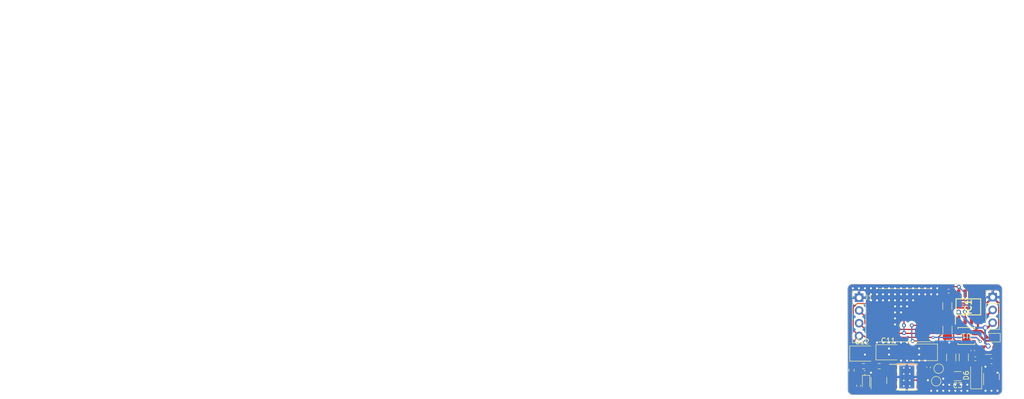
<source format=kicad_pcb>
(kicad_pcb (version 20221018) (generator pcbnew)
  (layers (0 "F.Cu" signal "L1 (Sig)") (31 "B.Cu" signal "L4 (Sig)") (34 "B.Paste" user "Bottom Paste") (35 "F.Paste" user "Top Paste") (36 "B.SilkS" user "Bottom Overlay") (37 "F.SilkS" user "Top Overlay") (38 "B.Mask" user "Bottom Solder") (39 "F.Mask" user "Top Solder") (44 "Edge.Cuts" user))
  (property "SHEETTOTAL" "1")
  (net 0 "")
  (net 1 "Net-(U2-BOOT)")
  (net 2 "GND")
  (net 3 "Net-(D5-K)")
  (net 4 "Net-(IC1-CS{slash}LWAKE)")
  (net 5 "Net-(D6-A)")
  (net 6 "Net-(D7-K)")
  (net 7 "+3V3")
  (net 8 "VCC")
  (net 9 "Net-(R5-Pad2)")
  (net 13 "Net-(Q1-D)")
  (net 14 "+12V")
  (net 15 "/AIRCON_SIG")
  (net 16 "/MCP2004_RXD")
  (net 17 "/MCP2004_TXD")
  (net 18 "Net-(IC1-~{RESET})")
  (net 19 "/Feedback")
  (net 20 "Net-(Q2-E)")
  (net 22 "Net-(U1-VCC)")
  (footprint "Package_TO_SOT_SMD:SOT-23" (layer "F.Cu") (at 175.0011 75.4511 90)
    (fp_text reference "Q2" hide)
    (fp_text value "MMBT3904" hide)
    (fp_line (start 0 -1.56) (end -1.675 -1.56) (stroke (width 0.12)) (layer "F.SilkS"))
    (fp_line (start 0 -1.56) (end 0.65 -1.56) (stroke (width 0.12)) (layer "F.SilkS"))
    (fp_line (start 0 1.56) (end -0.65 1.56) (stroke (width 0.12)) (layer "F.SilkS"))
    (fp_line (start 0 1.56) (end 0.65 1.56) (stroke (width 0.12)) (layer "F.SilkS"))
    (pad "1" smd roundrect (at -0.9375 -0.95 90) (size 1.475 0.6) (layers "F.Cu" "F.Paste" "F.Mask") (net 19 "/Feedback"))
    (pad "2" smd roundrect (at -0.9375 0.95 90) (size 1.475 0.6) (layers "F.Cu" "F.Paste" "F.Mask") (net 20 "Net-(Q2-E)"))
    (pad "3" smd roundrect (at 0.9375 0 90) (size 1.475 0.6) (layers "F.Cu" "F.Paste" "F.Mask") (net 6 "Net-(D7-K)"))
  )
  (footprint "Resistor_SMD:R_0402_1005Metric" (layer "F.Cu") (at 194.1911 71.1336 180)
    (fp_text reference "R2" hide)
    (fp_text value "100k" hide)
    (fp_line (start -0.153641 -0.38) (end 0.153641 -0.38) (stroke (width 0.12)) (layer "F.SilkS"))
    (fp_line (start -0.153641 0.38) (end 0.153641 0.38) (stroke (width 0.12)) (layer "F.SilkS"))
    (pad "1" smd roundrect (at -0.51 0 180) (size 0.54 0.64) (layers "F.Cu" "F.Paste" "F.Mask") (net 5 "Net-(D6-A)"))
    (pad "2" smd roundrect (at 0.51 0 180) (size 0.54 0.64) (layers "F.Cu" "F.Paste" "F.Mask") (net 2 "GND"))
  )
  (footprint "Resistor_SMD:R_0402_1005Metric" (layer "F.Cu") (at 188.8711 57.6736 180)
    (fp_text reference "R1" hide)
    (fp_text value "10k" hide)
    (fp_line (start -0.153641 -0.38) (end 0.153641 -0.38) (stroke (width 0.12)) (layer "F.SilkS"))
    (fp_line (start -0.153641 0.38) (end 0.153641 0.38) (stroke (width 0.12)) (layer "F.SilkS"))
    (pad "1" smd roundrect (at -0.51 0 180) (size 0.54 0.64) (layers "F.Cu" "F.Paste" "F.Mask") (net 18 "Net-(IC1-~{RESET})"))
    (pad "2" smd roundrect (at 0.51 0 180) (size 0.54 0.64) (layers "F.Cu" "F.Paste" "F.Mask") (net 4 "Net-(IC1-CS{slash}LWAKE)"))
  )
  (footprint "Package_TO_SOT_SMD:SOT-23" (layer "F.Cu") (at 197.4011 74.6661 90)
    (fp_text reference "Q1" hide)
    (fp_text value "AO3401A" hide)
    (fp_line (start 0 -1.56) (end -1.675 -1.56) (stroke (width 0.12)) (layer "F.SilkS"))
    (fp_line (start 0 -1.56) (end 0.65 -1.56) (stroke (width 0.12)) (layer "F.SilkS"))
    (fp_line (start 0 1.56) (end -0.65 1.56) (stroke (width 0.12)) (layer "F.SilkS"))
    (fp_line (start 0 1.56) (end 0.65 1.56) (stroke (width 0.12)) (layer "F.SilkS"))
    (pad "1" smd roundrect (at -0.9375 -0.95 90) (size 1.475 0.6) (layers "F.Cu" "F.Paste" "F.Mask") (net 5 "Net-(D6-A)"))
    (pad "2" smd roundrect (at -0.9375 0.95 90) (size 1.475 0.6) (layers "F.Cu" "F.Paste" "F.Mask") (net 8 "VCC"))
    (pad "3" smd roundrect (at 0.9375 0 90) (size 1.475 0.6) (layers "F.Cu" "F.Paste" "F.Mask") (net 13 "Net-(Q1-D)"))
  )
  (footprint "Connector_PinHeader_2.54mm:PinHeader_1x04_P2.54mm_Vertical" (layer "F.Cu") (at 171.0511 58.9736)
    (fp_text reference "J1" (at 1.88 -0.03) (layer "F.SilkS"))
    (fp_text value "Conn_01x04_Pin")
    (fp_line (start -1.33 -1.33) (end 0 -1.33) (stroke (width 0.12)) (layer "F.SilkS"))
    (fp_line (start -1.33 0) (end -1.33 -1.33) (stroke (width 0.12)) (layer "F.SilkS"))
    (fp_line (start -1.33 1.27) (end -1.33 8.95) (stroke (width 0.12)) (layer "F.SilkS"))
    (fp_line (start -1.33 1.27) (end 1.33 1.27) (stroke (width 0.12)) (layer "F.SilkS"))
    (fp_line (start -1.33 8.95) (end 1.33 8.95) (stroke (width 0.12)) (layer "F.SilkS"))
    (fp_line (start 1.33 1.27) (end 1.33 8.95) (stroke (width 0.12)) (layer "F.SilkS"))
    (pad "1" thru_hole rect (at 0 0) (size 1.7 1.7) (drill 1) (layers "*.Cu" "*.Mask") (net 2 "GND"))
    (pad "2" thru_hole oval (at 0 2.54) (size 1.7 1.7) (drill 1) (layers "*.Cu" "*.Mask") (net 16 "/MCP2004_RXD"))
    (pad "3" thru_hole oval (at 0 5.08) (size 1.7 1.7) (drill 1) (layers "*.Cu" "*.Mask") (net 17 "/MCP2004_TXD"))
    (pad "4" thru_hole oval (at 0 7.62) (size 1.7 1.7) (drill 1) (layers "*.Cu" "*.Mask") (net 7 "+3V3"))
  )
  (footprint "Capacitor_SMD:C_1206_3216Metric" (layer "F.Cu") (at 190.6761 74.6036 180)
    (fp_text reference "C3" (at 0 -1.85) (layer "F.SilkS"))
    (fp_text value "10u/50V")
    (fp_line (start -0.711252 -0.91) (end 0.711252 -0.91) (stroke (width 0.12)) (layer "F.SilkS"))
    (fp_line (start -0.711252 0.91) (end 0.711252 0.91) (stroke (width 0.12)) (layer "F.SilkS"))
    (pad "1" smd roundrect (at -1.475 0 180) (size 1.15 1.8) (layers "F.Cu" "F.Paste" "F.Mask") (roundrect_rratio 0.2173913043) (net 8 "VCC"))
    (pad "2" smd roundrect (at 1.475 0 180) (size 1.15 1.8) (layers "F.Cu" "F.Paste" "F.Mask") (roundrect_rratio 0.2173913043) (net 2 "GND"))
  )
  (footprint "Capacitor_SMD:C_0603_1608Metric" (layer "F.Cu") (at 197.4011 71.6036 180)
    (fp_text reference "C7" hide)
    (fp_text value "100n/50V")
    (fp_line (start -0.14058 -0.51) (end 0.14058 -0.51) (stroke (width 0.12)) (layer "F.SilkS"))
    (fp_line (start -0.14058 0.51) (end 0.14058 0.51) (stroke (width 0.12)) (layer "F.SilkS"))
    (pad "1" smd roundrect (at -0.775 0 180) (size 0.9 0.95) (layers "F.Cu" "F.Paste" "F.Mask") (net 13 "Net-(Q1-D)"))
    (pad "2" smd roundrect (at 0.775 0 180) (size 0.9 0.95) (layers "F.Cu" "F.Paste" "F.Mask") (net 2 "GND"))
  )
  (footprint "Diode_SMD:D_MiniMELF" (layer "F.Cu") (at 194.3611 74.4536 90)
    (fp_text reference "D6" (at 0 -2 90) (layer "F.SilkS"))
    (fp_text value "MM1Z12")
    (fp_line (start -2.66 -1.11) (end -2.66 1.11) (stroke (width 0.12)) (layer "F.SilkS"))
    (fp_line (start -2.66 1.11) (end 1.75 1.11) (stroke (width 0.12)) (layer "F.SilkS"))
    (fp_line (start 1.75 -1.11) (end -2.66 -1.11) (stroke (width 0.12)) (layer "F.SilkS"))
    (pad "1" smd roundrect (at -1.75 0 90) (size 1.3 1.7) (layers "F.Cu" "F.Paste" "F.Mask") (roundrect_rratio 0.1923076923) (net 8 "VCC"))
    (pad "2" smd roundrect (at 1.75 0 90) (size 1.3 1.7) (layers "F.Cu" "F.Paste" "F.Mask") (roundrect_rratio 0.1923076923) (net 5 "Net-(D6-A)"))
  )
  (footprint "Capacitor_Tantalum_SMD:CP_EIA-3528-21_Kemet-B" (layer "F.Cu") (at 176.8636 69.8536)
    (fp_text reference "C11" (at 0 -2.35) (layer "F.SilkS"))
    (fp_text value "100u/6.3V")
    (fp_line (start -2.46 -1.51) (end -2.46 1.51) (stroke (width 0.12)) (layer "F.SilkS"))
    (fp_line (start -2.46 1.51) (end 1.75 1.51) (stroke (width 0.12)) (layer "F.SilkS"))
    (fp_line (start 1.75 -1.51) (end -2.46 -1.51) (stroke (width 0.12)) (layer "F.SilkS"))
    (pad "1" smd roundrect (at -1.5375 0) (size 1.325 2.35) (layers "F.Cu" "F.Paste" "F.Mask") (roundrect_rratio 0.1886792453) (net 7 "+3V3"))
    (pad "2" smd roundrect (at 1.5375 0) (size 1.325 2.35) (layers "F.Cu" "F.Paste" "F.Mask") (roundrect_rratio 0.1886792453) (net 2 "GND"))
  )
  (footprint "Capacitor_SMD:C_1206_3216Metric" (layer "F.Cu") (at 188.6511 65.3286 90)
    (fp_text reference "C5" hide)
    (fp_text value "10u/50V" hide)
    (fp_line (start -0.711252 -0.91) (end 0.711252 -0.91) (stroke (width 0.12)) (layer "F.SilkS"))
    (fp_line (start -0.711252 0.91) (end 0.711252 0.91) (stroke (width 0.12)) (layer "F.SilkS"))
    (pad "1" smd roundrect (at -1.475 0 90) (size 1.15 1.8) (layers "F.Cu" "F.Paste" "F.Mask") (roundrect_rratio 0.2173913043) (net 8 "VCC"))
    (pad "2" smd roundrect (at 1.475 0 90) (size 1.15 1.8) (layers "F.Cu" "F.Paste" "F.Mask") (roundrect_rratio 0.2173913043) (net 2 "GND"))
  )
  (footprint "Package_SO:TI_SO-PowerPAD-8_ThermalVias" (layer "F.Cu") (at 180.5511 74.7586)
    (fp_text reference "U2" hide)
    (fp_text value "TPS5430DDA")
    (fp_line (start -2.075 -2.575) (end -2.075 -2.525) (stroke (width 0.15)) (layer "F.SilkS"))
    (fp_line (start -2.075 -2.575) (end 2.075 -2.575) (stroke (width 0.15)) (layer "F.SilkS"))
    (fp_line (start -2.075 -2.525) (end -3.475 -2.525) (stroke (width 0.15)) (layer "F.SilkS"))
    (fp_line (start -2.075 2.575) (end -2.075 2.43) (stroke (width 0.15)) (layer "F.SilkS"))
    (fp_line (start -2.075 2.575) (end 2.075 2.575) (stroke (width 0.15)) (layer "F.SilkS"))
    (fp_line (start 2.075 -2.575) (end 2.075 -2.43) (stroke (width 0.15)) (layer "F.SilkS"))
    (fp_line (start 2.075 2.575) (end 2.075 2.43) (stroke (width 0.15)) (layer "F.SilkS"))
    (pad "1" smd rect (at -2.7 -1.905) (size 1.55 0.6) (layers "F.Cu" "F.Paste" "F.Mask") (net 1 "Net-(U2-BOOT)"))
    (pad "2" smd rect (at -2.7 -0.635) (size 1.55 0.6) (layers "F.Cu" "F.Paste" "F.Mask"))
    (pad "3" smd rect (at -2.7 0.635) (size 1.55 0.6) (layers "F.Cu" "F.Paste" "F.Mask"))
    (pad "4" smd rect (at -2.7 1.905) (size 1.55 0.6) (layers "F.Cu" "F.Paste" "F.Mask") (net 19 "/Feedback"))
    (pad "5" smd rect (at 2.7 1.905) (size 1.55 0.6) (layers "F.Cu" "F.Paste" "F.Mask"))
    (pad "6" smd rect (at 2.7 0.635) (size 1.55 0.6) (layers "F.Cu" "F.Paste" "F.Mask") (net 2 "GND"))
    (pad "7" smd rect (at 2.7 -0.635) (size 1.55 0.6) (layers "F.Cu" "F.Paste" "F.Mask") (net 8 "VCC"))
    (pad "8" smd rect (at 2.7 -1.905) (size 1.55 0.6) (layers "F.Cu" "F.Paste" "F.Mask") (net 3 "Net-(D5-K)"))
    (pad "9" thru_hole circle (at -0.6 -1.8) (size 0.6 0.6) (drill 0.3) (layers "*.Cu") (net 2 "GND"))
    (pad "9" thru_hole circle (at -0.6 -0.6) (size 0.6 0.6) (drill 0.3) (layers "*.Cu") (net 2 "GND"))
    (pad "9" thru_hole circle (at -0.6 0.7) (size 0.6 0.6) (drill 0.3) (layers "*.Cu") (net 2 "GND"))
    (pad "9" thru_hole circle (at -0.6 1.8) (size 0.6 0.6) (drill 0.3) (layers "*.Cu") (net 2 "GND"))
    (pad "9" smd rect (at 0 0) (size 2.6 3.1) (layers "F.Cu" "F.Paste" "F.Mask") (net 2 "GND"))
    (pad "9" smd rect (at 0 0) (size 2.95 4.5) (layers "F.Cu") (net 2 "GND"))
    (pad "9" smd rect (at 0 0) (size 2.95 4.5) (layers "B.Cu") (net 2 "GND"))
    (pad "9" thru_hole circle (at 0.6 -1.8) (size 0.6 0.6) (drill 0.3) (layers "*.Cu") (net 2 "GND"))
    (pad "9" thru_hole circle (at 0.6 -0.6) (size 0.6 0.6) (drill 0.3) (layers "*.Cu") (net 2 "GND"))
    (pad "9" thru_hole circle (at 0.6 0.7) (size 0.6 0.6) (drill 0.3) (layers "*.Cu") (net 2 "GND"))
    (pad "9" thru_hole circle (at 0.6 1.8) (size 0.6 0.6) (drill 0.3) (layers "*.Cu") (net 2 "GND"))
  )
  (footprint "Fuse:Fuse_1206_3216Metric" (layer "F.Cu") (at 196.8011 69.3536)
    (fp_text reference "F1" hide)
    (fp_text value "1206L075/13.2WR" hide)
    (fp_line (start -0.602064 -0.91) (end 0.602064 -0.91) (stroke (width 0.12)) (layer "F.SilkS"))
    (fp_line (start -0.602064 0.91) (end 0.602064 0.91) (stroke (width 0.12)) (layer "F.SilkS"))
    (pad "1" smd roundrect (at -1.4 0) (size 1.25 1.75) (layers "F.Cu" "F.Paste" "F.Mask") (roundrect_rratio 0.2) (net 14 "+12V"))
    (pad "2" smd roundrect (at 1.4 0) (size 1.25 1.75) (layers "F.Cu" "F.Paste" "F.Mask") (roundrect_rratio 0.2) (net 13 "Net-(Q1-D)"))
  )
  (footprint "Resistor_SMD:R_0603_1608Metric" (layer "F.Cu") (at 169.5511 73.4136 90)
    (fp_text reference "R5" hide)
    (fp_text value "5k6")
    (fp_line (start -0.237258 -0.5225) (end 0.237258 -0.5225) (stroke (width 0.12)) (layer "F.SilkS"))
    (fp_line (start -0.237258 0.5225) (end 0.237258 0.5225) (stroke (width 0.12)) (layer "F.SilkS"))
    (pad "1" smd roundrect (at -0.825 0 90) (size 0.8 0.95) (layers "F.Cu" "F.Paste" "F.Mask") (net 19 "/Feedback"))
    (pad "2" smd roundrect (at 0.825 0 90) (size 0.8 0.95) (layers "F.Cu" "F.Paste" "F.Mask") (net 9 "Net-(R5-Pad2)"))
  )
  (footprint "Capacitor_SMD:C_0402_1005Metric" (layer "F.Cu") (at 193.6911 69.4936 -90)
    (fp_text reference "C9" hide)
    (fp_text value "4n7/50V")
    (fp_line (start -0.107836 -0.36) (end 0.107836 -0.36) (stroke (width 0.12)) (layer "F.SilkS"))
    (fp_line (start -0.107836 0.36) (end 0.107836 0.36) (stroke (width 0.12)) (layer "F.SilkS"))
    (pad "1" smd roundrect (at -0.48 0 270) (size 0.56 0.62) (layers "F.Cu" "F.Paste" "F.Mask") (net 5 "Net-(D6-A)"))
    (pad "2" smd roundrect (at 0.48 0 270) (size 0.56 0.62) (layers "F.Cu" "F.Paste" "F.Mask") (net 2 "GND"))
  )
  (footprint "Capacitor_SMD:C_1206_3216Metric" (layer "F.Cu") (at 191.9011 70.8536 90)
    (fp_text reference "C4" hide)
    (fp_text value "10u/50V")
    (fp_line (start -0.711252 -0.91) (end 0.711252 -0.91) (stroke (width 0.12)) (layer "F.SilkS"))
    (fp_line (start -0.711252 0.91) (end 0.711252 0.91) (stroke (width 0.12)) (layer "F.SilkS"))
    (pad "1" smd roundrect (at -1.475 0 90) (size 1.15 1.8) (layers "F.Cu" "F.Paste" "F.Mask") (roundrect_rratio 0.2173913043) (net 8 "VCC"))
    (pad "2" smd roundrect (at 1.475 0 90) (size 1.15 1.8) (layers "F.Cu" "F.Paste" "F.Mask") (roundrect_rratio 0.2173913043) (net 2 "GND"))
  )
  (footprint "Diode_SMD:D_SOD-323" (layer "F.Cu") (at 197.5511 66.9336 180)
    (fp_text reference "D1" hide)
    (fp_text value "PESD1IVN24")
    (fp_line (start -1.61 -0.85) (end -1.61 0.85) (stroke (width 0.12)) (layer "F.SilkS"))
    (fp_line (start -1.61 -0.85) (end 1.05 -0.85) (stroke (width 0.12)) (layer "F.SilkS"))
    (fp_line (start -1.61 0.85) (end 1.05 0.85) (stroke (width 0.12)) (layer "F.SilkS"))
    (pad "1" smd roundrect (at -1.05 0 180) (size 0.6 0.45) (layers "F.Cu" "F.Paste" "F.Mask") (net 2 "GND"))
    (pad "2" smd roundrect (at 1.05 0 180) (size 0.6 0.45) (layers "F.Cu" "F.Paste" "F.Mask") (net 15 "/AIRCON_SIG"))
  )
  (footprint "TestPoint:TestPoint_Pad_D1.5mm" (layer "F.Cu") (at 186.9011 73.1036 -90)
    (fp_text reference "TP1" hide)
    (fp_text value "TestPoint")
    (fp_circle (center 0 0) (end 0 0.95) (stroke (width 0.12)) (fill none) (layer "F.SilkS"))
    (pad "1" smd circle (at 0 0 270) (size 1.5 1.5) (layers "F.Cu" "F.Mask") (net 22 "Net-(U1-VCC)"))
  )
  (footprint "Capacitor_Tantalum_SMD:CP_EIA-3528-21_Kemet-B" (layer "F.Cu") (at 171.6511 70.1036)
    (fp_text reference "C12" (at 0 -2.35) (layer "F.SilkS"))
    (fp_text value "100u/6.3V")
    (fp_line (start -2.46 -1.51) (end -2.46 1.51) (stroke (width 0.12)) (layer "F.SilkS"))
    (fp_line (start -2.46 1.51) (end 1.75 1.51) (stroke (width 0.12)) (layer "F.SilkS"))
    (fp_line (start 1.75 -1.51) (end -2.46 -1.51) (stroke (width 0.12)) (layer "F.SilkS"))
    (pad "1" smd roundrect (at -1.5375 0) (size 1.325 2.35) (layers "F.Cu" "F.Paste" "F.Mask") (roundrect_rratio 0.1886792453) (net 7 "+3V3"))
    (pad "2" smd roundrect (at 1.5375 0) (size 1.325 2.35) (layers "F.Cu" "F.Paste" "F.Mask") (roundrect_rratio 0.1886792453) (net 2 "GND"))
  )
  (footprint "TestPoint:TestPoint_Pad_D1.5mm" (layer "F.Cu") (at 186.4011 75.6036)
    (fp_text reference "TP2" hide)
    (fp_text value "TestPoint")
    (fp_circle (center 0 0) (end 0 0.95) (stroke (width 0.12)) (fill none) (layer "F.SilkS"))
    (pad "1" smd circle (at 0 0) (size 1.5 1.5) (layers "F.Cu" "F.Mask") (net 8 "VCC"))
  )
  (footprint "Resistor_SMD:R_0402_1005Metric" (layer "F.Cu") (at 170.9511 76.5136 -90)
    (fp_text reference "R4" hide)
    (fp_text value "10k")
    (fp_line (start -0.153641 -0.38) (end 0.153641 -0.38) (stroke (width 0.12)) (layer "F.SilkS"))
    (fp_line (start -0.153641 0.38) (end 0.153641 0.38) (stroke (width 0.12)) (layer "F.SilkS"))
    (pad "1" smd roundrect (at -0.51 0 270) (size 0.54 0.64) (layers "F.Cu" "F.Paste" "F.Mask") (net 7 "+3V3"))
    (pad "2" smd roundrect (at 0.51 0 270) (size 0.54 0.64) (layers "F.Cu" "F.Paste" "F.Mask") (net 19 "/Feedback"))
  )
  (footprint "mcp2004:HVSON8_3X3_NXP" (layer "F.Cu") (at 192.4011 66.5942 180)
    (fp_text reference "U1" (at 0 0 180 unlocked) (layer "F.SilkS"))
    (fp_text value "TJA1028TK/5V0/20/J")
    (fp_line (start -1.6764 -1.6764) (end -1.6764 -1.47574) (stroke (width 0.1524)) (layer "F.SilkS"))
    (fp_line (start -1.6764 1.47574) (end -1.6764 1.6764) (stroke (width 0.1524)) (layer "F.SilkS"))
    (fp_line (start -1.6764 1.6764) (end 1.6764 1.6764) (stroke (width 0.1524)) (layer "F.SilkS"))
    (fp_line (start 1.6764 -1.6764) (end -1.6764 -1.6764) (stroke (width 0.1524)) (layer "F.SilkS"))
    (fp_line (start 1.6764 -1.47574) (end 1.6764 -1.6764) (stroke (width 0.1524)) (layer "F.SilkS"))
    (fp_line (start 1.6764 1.6764) (end 1.6764 1.47574) (stroke (width 0.1524)) (layer "F.SilkS"))
    (fp_circle (center -2.286 -0.9906) (end -2.2098 -0.9906) (stroke (width 0.1524)) (fill none) (layer "F.SilkS"))
    (pad "1" smd rect (at -1.4732 -0.9906 180) (size 0.762 0.3048) (layers "F.Cu" "F.Paste" "F.Mask") (net 14 "+12V"))
    (pad "2" smd rect (at -1.4732 -0.3302 180) (size 0.762 0.3048) (layers "F.Cu" "F.Paste" "F.Mask") (net 7 "+3V3"))
    (pad "3" smd rect (at -1.4732 0.3302 180) (size 0.762 0.3048) (layers "F.Cu" "F.Paste" "F.Mask") (net 2 "GND"))
    (pad "4" smd rect (at -1.4732 0.9906 180) (size 0.762 0.3048) (layers "F.Cu" "F.Paste" "F.Mask") (net 15 "/AIRCON_SIG"))
    (pad "5" smd rect (at 1.4732 0.9906 180) (size 0.762 0.3048) (layers "F.Cu" "F.Paste" "F.Mask") (net 16 "/MCP2004_RXD"))
    (pad "6" smd rect (at 1.4732 0.3302 180) (size 0.762 0.3048) (layers "F.Cu" "F.Paste" "F.Mask") (net 17 "/MCP2004_TXD"))
    (pad "7" smd rect (at 1.4732 -0.3302 180) (size 0.762 0.3048) (layers "F.Cu" "F.Paste" "F.Mask"))
    (pad "8" smd rect (at 1.4732 -0.9906 180) (size 0.762 0.3048) (layers "F.Cu" "F.Paste" "F.Mask") (net 22 "Net-(U1-VCC)"))
    (pad "9" smd rect (at 0 0 180) (size 1.651 2.4384) (layers "F.Cu" "F.Paste" "F.Mask") (net 2 "GND"))
  )
  (footprint "Connector_PinHeader_2.54mm:PinHeader_1x03_P2.54mm_Vertical" (layer "F.Cu") (at 197.6511 58.8736)
    (fp_text reference "J2" hide)
    (fp_text value "Conn_01x03_Pin")
    (fp_line (start -1.33 -1.33) (end 0 -1.33) (stroke (width 0.12)) (layer "F.SilkS"))
    (fp_line (start -1.33 0) (end -1.33 -1.33) (stroke (width 0.12)) (layer "F.SilkS"))
    (fp_line (start -1.33 1.27) (end -1.33 6.41) (stroke (width 0.12)) (layer "F.SilkS"))
    (fp_line (start -1.33 1.27) (end 1.33 1.27) (stroke (width 0.12)) (layer "F.SilkS"))
    (fp_line (start -1.33 6.41) (end 1.33 6.41) (stroke (width 0.12)) (layer "F.SilkS"))
    (fp_line (start 1.33 1.27) (end 1.33 6.41) (stroke (width 0.12)) (layer "F.SilkS"))
    (pad "1" thru_hole rect (at 0 0) (size 1.7 1.7) (drill 1) (layers "*.Cu" "*.Mask") (net 2 "GND"))
    (pad "2" thru_hole oval (at 0 2.54) (size 1.7 1.7) (drill 1) (layers "*.Cu" "*.Mask") (net 15 "/AIRCON_SIG"))
    (pad "3" thru_hole oval (at 0 5.08) (size 1.7 1.7) (drill 1) (layers "*.Cu" "*.Mask") (net 14 "+12V"))
  )
  (footprint "Diode_SMD:D_SMA" (layer "F.Cu") (at 183.1511 69.8536 180)
    (fp_text reference "D5" hide)
    (fp_text value "SS34")
    (fp_line (start -3.51 -1.65) (end -3.51 1.65) (stroke (width 0.12)) (layer "F.SilkS"))
    (fp_line (start -3.51 -1.65) (end 2 -1.65) (stroke (width 0.12)) (layer "F.SilkS"))
    (fp_line (start -3.51 1.65) (end 2 1.65) (stroke (width 0.12)) (layer "F.SilkS"))
    (pad "1" smd roundrect (at -2 0 180) (size 2.5 1.8) (layers "F.Cu" "F.Paste" "F.Mask") (roundrect_rratio 0.1388888889) (net 3 "Net-(D5-K)"))
    (pad "2" smd roundrect (at 2 0 180) (size 2.5 1.8) (layers "F.Cu" "F.Paste" "F.Mask") (roundrect_rratio 0.1388888889) (net 2 "GND"))
  )
  (footprint "tps5430:L_Sunlord_MWSA1004S_10x11.5x4mm" (layer "F.Cu") (at 180.1011 62.4536 180)
    (fp_text reference "L1" hide)
    (fp_text value "47u" hide)
    (fp_line (start -5.15 -5.3) (end 5.15 -5.3) (stroke (width 0.12)) (layer "F.SilkS"))
    (fp_line (start -5.15 5.3) (end 5.15 5.3) (stroke (width 0.12)) (layer "F.SilkS"))
    (pad "1" smd rect (at -4.75 0 180) (size 4.1 4.1) (layers "F.Cu" "F.Paste" "F.Mask" "Eco2.User") (net 3 "Net-(D5-K)"))
    (pad "2" smd rect (at 4.75 0 180) (size 4.1 4.1) (layers "F.Cu" "F.Paste" "F.Mask") (net 7 "+3V3"))
  )
  (footprint "Resistor_SMD:R_0603_1608Metric" (layer "F.Cu") (at 171.9261 72.6136)
    (fp_text reference "R6" hide)
    (fp_text value "270" hide)
    (fp_line (start -0.237258 -0.5225) (end 0.237258 -0.5225) (stroke (width 0.12)) (layer "F.SilkS"))
    (fp_line (start -0.237258 0.5225) (end 0.237258 0.5225) (stroke (width 0.12)) (layer "F.SilkS"))
    (pad "1" smd roundrect (at -0.825 0) (size 0.8 0.95) (layers "F.Cu" "F.Paste" "F.Mask") (net 9 "Net-(R5-Pad2)"))
    (pad "2" smd roundrect (at 0.825 0) (size 0.8 0.95) (layers "F.Cu" "F.Paste" "F.Mask") (net 2 "GND"))
  )
  (footprint "Capacitor_SMD:C_0402_1005Metric" (layer "F.Cu") (at 184.9011 72.8336 -90)
    (fp_text reference "C8" hide)
    (fp_text value "10n")
    (fp_line (start -0.107836 -0.36) (end 0.107836 -0.36) (stroke (width 0.12)) (layer "F.SilkS"))
    (fp_line (start -0.107836 0.36) (end 0.107836 0.36) (stroke (width 0.12)) (layer "F.SilkS"))
    (pad "1" smd roundrect (at -0.48 0 270) (size 0.56 0.62) (layers "F.Cu" "F.Paste" "F.Mask") (net 1 "Net-(U2-BOOT)"))
    (pad "2" smd roundrect (at 0.48 0 270) (size 0.56 0.62) (layers "F.Cu" "F.Paste" "F.Mask") (net 3 "Net-(D5-K)"))
  )
  (footprint "Capacitor_SMD:C_1206_3216Metric" (layer "F.Cu") (at 189.4011 70.8786 90)
    (fp_text reference "C6" hide)
    (fp_text value "10u/50V")
    (fp_line (start -0.711252 -0.91) (end 0.711252 -0.91) (stroke (width 0.12)) (layer "F.SilkS"))
    (fp_line (start -0.711252 0.91) (end 0.711252 0.91) (stroke (width 0.12)) (layer "F.SilkS"))
    (pad "1" smd roundrect (at -1.475 0 90) (size 1.15 1.8) (layers "F.Cu" "F.Paste" "F.Mask") (roundrect_rratio 0.2173913043) (net 8 "VCC"))
    (pad "2" smd roundrect (at 1.475 0 90) (size 1.15 1.8) (layers "F.Cu" "F.Paste" "F.Mask") (roundrect_rratio 0.2173913043) (net 2 "GND"))
  )
  (footprint "LED_SMD:LED_0603_1608Metric" (layer "F.Cu") (at 172.4386 75.9261 -90)
    (fp_text reference "D7" hide)
    (fp_text value "LED")
    (fp_line (start -1.485 -0.735) (end -1.485 0.735) (stroke (width 0.12)) (layer "F.SilkS"))
    (fp_line (start -1.485 0.735) (end 0.8 0.735) (stroke (width 0.12)) (layer "F.SilkS"))
    (fp_line (start 0.8 -0.735) (end -1.485 -0.735) (stroke (width 0.12)) (layer "F.SilkS"))
    (pad "1" smd roundrect (at -0.7875 0 270) (size 0.875 0.95) (layers "F.Cu" "F.Paste" "F.Mask") (net 6 "Net-(D7-K)"))
    (pad "2" smd roundrect (at 0.7875 0 270) (size 0.875 0.95) (layers "F.Cu" "F.Paste" "F.Mask") (net 8 "VCC"))
  )
  (footprint "SamacSys:SOIC127P600X175-8N" (layer "F.Cu") (at 192.8061 60.8036 90)
    (fp_text reference "IC1" (at 0 0 90) (layer "F.SilkS") (effects (font (size 1.27 1.27) (thickness 0.254))))
    (fp_text value "MCP2025-330E_SN" hide)
    (fp_line (start -3.45 -2.58) (end -1.95 -2.58) (stroke (width 0.2)) (layer "F.SilkS"))
    (fp_line (start -1.6 -2.45) (end 1.6 -2.45) (stroke (width 0.2)) (layer "F.SilkS"))
    (fp_line (start -1.6 2.45) (end -1.6 -2.45) (stroke (width 0.2)) (layer "F.SilkS"))
    (fp_line (start 1.6 -2.45) (end 1.6 2.45) (stroke (width 0.2)) (layer "F.SilkS"))
    (fp_line (start 1.6 2.45) (end -1.6 2.45) (stroke (width 0.2)) (layer "F.SilkS"))
    (pad "1" smd rect (at -2.7 -1.905 180) (size 0.65 1.5) (layers "F.Cu" "F.Paste" "F.Mask") (net 14 "+12V"))
    (pad "2" smd rect (at -2.7 -0.635 180) (size 0.65 1.5) (layers "F.Cu" "F.Paste" "F.Mask") (net 4 "Net-(IC1-CS{slash}LWAKE)"))
    (pad "3" smd rect (at -2.7 0.635 180) (size 0.65 1.5) (layers "F.Cu" "F.Paste" "F.Mask") (net 2 "GND"))
    (pad "4" smd rect (at -2.7 1.905 180) (size 0.65 1.5) (layers "F.Cu" "F.Paste" "F.Mask") (net 15 "/AIRCON_SIG"))
    (pad "5" smd rect (at 2.7 1.905 180) (size 0.65 1.5) (layers "F.Cu" "F.Paste" "F.Mask") (net 16 "/MCP2004_RXD"))
    (pad "6" smd rect (at 2.7 0.635 180) (size 0.65 1.5) (layers "F.Cu" "F.Paste" "F.Mask") (net 17 "/MCP2004_TXD"))
    (pad "7" smd rect (at 2.7 -0.635 180) (size 0.65 1.5) (layers "F.Cu" "F.Paste" "F.Mask") (net 18 "Net-(IC1-~{RESET})"))
    (pad "8" smd rect (at 2.7 -1.905 180) (size 0.65 1.5) (layers "F.Cu" "F.Paste" "F.Mask") (net 4 "Net-(IC1-CS{slash}LWAKE)"))
  )
  (footprint "Capacitor_SMD:C_1206_3216Metric" (layer "F.Cu") (at 188.6211 60.6486 90)
    (fp_text reference "C1" hide)
    (fp_text value "10uF" hide)
    (fp_line (start -0.711252 -0.91) (end 0.711252 -0.91) (stroke (width 0.12)) (layer "F.SilkS"))
    (fp_line (start -0.711252 0.91) (end 0.711252 0.91) (stroke (width 0.12)) (layer "F.SilkS"))
    (pad "1" smd roundrect (at -1.475 0 90) (size 1.15 1.8) (layers "F.Cu" "F.Paste" "F.Mask") (roundrect_rratio 0.2173913043) (net 2 "GND"))
    (pad "2" smd roundrect (at 1.475 0 90) (size 1.15 1.8) (layers "F.Cu" "F.Paste" "F.Mask") (roundrect_rratio 0.2173913043) (net 4 "Net-(IC1-CS{slash}LWAKE)"))
  )
  (footprint "Capacitor_SMD:C_0402_1005Metric" (layer "F.Cu") (at 172.1711 73.9136)
    (fp_text reference "C10" hide)
    (fp_text value "10u/6.3V")
    (fp_line (start -0.107836 -0.36) (end 0.107836 -0.36) (stroke (width 0.12)) (layer "F.SilkS"))
    (fp_line (start -0.107836 0.36) (end 0.107836 0.36) (stroke (width 0.12)) (layer "F.SilkS"))
    (pad "1" smd roundrect (at -0.48 0) (size 0.56 0.62) (layers "F.Cu" "F.Paste" "F.Mask") (net 7 "+3V3"))
    (pad "2" smd roundrect (at 0.48 0) (size 0.56 0.62) (layers "F.Cu" "F.Paste" "F.Mask") (net 2 "GND"))
  )
  (footprint "Resistor_SMD:R_0603_1608Metric" (layer "F.Cu") (at 175.0661 72.6136)
    (fp_text reference "R3" hide)
    (fp_text value "10k")
    (fp_line (start -0.237258 -0.5225) (end 0.237258 -0.5225) (stroke (width 0.12)) (layer "F.SilkS"))
    (fp_line (start -0.237258 0.5225) (end 0.237258 0.5225) (stroke (width 0.12)) (layer "F.SilkS"))
    (pad "1" smd roundrect (at -0.825 0) (size 0.8 0.95) (layers "F.Cu" "F.Paste" "F.Mask") (net 20 "Net-(Q2-E)"))
    (pad "2" smd roundrect (at 0.825 0) (size 0.8 0.95) (layers "F.Cu" "F.Paste" "F.Mask") (net 2 "GND"))
  )
  (gr_arc (start 169.8011 78.3136) (mid 169.093993 78.020707) (end 168.8011 77.3136) (stroke (width 0.1)) (layer "Edge.Cuts"))
  (gr_arc (start 168.758207 57.270707) (mid 169.0511 56.5636) (end 169.758207 56.270707) (stroke (width 0.1)) (layer "Edge.Cuts"))
  (gr_arc (start 198.5511 56.3136) (mid 199.258207 56.606493) (end 199.5511 57.3136) (stroke (width 0.1)) (layer "Edge.Cuts"))
  (gr_line (start 168.8011 77.3136) (end 168.758207 57.270707) (stroke (width 0.1)) (layer "Edge.Cuts"))
  (gr_line (start 198.5511 56.3136) (end 169.758207 56.270707) (stroke (width 0.1)) (layer "Edge.Cuts"))
  (gr_arc (start 199.5511 77.3136) (mid 199.258207 78.020707) (end 198.5511 78.3136) (stroke (width 0.1)) (layer "Edge.Cuts"))
  (gr_line (start 199.5511 77.3136) (end 199.5511 57.3136) (stroke (width 0.1)) (layer "Edge.Cuts"))
  (gr_line (start 169.8011 78.3136) (end 198.5511 78.3136) (stroke (width 0.1)) (layer "Edge.Cuts"))
  (segment (start 184.7311 72.1836) (end 178.5211 72.1836) (width 0.25) (layer "F.Cu") (net 1))
  (segment (start 184.9011 72.3536) (end 184.7311 72.1836) (width 0.25) (layer "F.Cu") (net 1))
  (segment (start 178.5211 72.1836) (end 177.8511 72.8536) (width 0.25) (layer "F.Cu") (net 1))
  (segment (start 192.549629 60.9536) (end 189.7911 60.9536) (width 0.4) (layer "F.Cu") (net 2))
  (segment (start 194.8215 66.264) (end 195.5211 66.9636) (width 0.4) (layer "F.Cu") (net 2))
  (segment (start 192.4011 68.8786) (end 192.4011 66.5942) (width 0.25) (layer "F.Cu") (net 2))
  (segment (start 198.6011 66.9336) (end 198.5811 66.9536) (width 0.4) (layer "F.Cu") (net 2))
  (segment (start 192.4961 69.9736) (end 191.9011 69.3786) (width 0.25) (layer "F.Cu") (net 2))
  (segment (start 193.8743 66.264) (end 194.8215 66.264) (width 0.4) (layer "F.Cu") (net 2))
  (segment (start 196.101316 67.5586) (end 197.9761 67.5586) (width 0.4) (layer "F.Cu") (net 2))
  (segment (start 172.7511 72.6136) (end 172.7511 70.5411) (width 0.25) (layer "F.Cu") (net 2))
  (segment (start 192.4011 65.125) (end 192.4011 66.5942) (width 0.25) (layer "F.Cu") (net 2))
  (segment (start 193.6911 69.9736) (end 193.6911 71.1236) (width 0.25) (layer "F.Cu") (net 2))
  (segment (start 193.4411 63.5036) (end 193.4411 61.845071) (width 0.4) (layer "F.Cu") (net 2))
  (segment (start 189.7911 60.9536) (end 188.6211 62.1236) (width 0.4) (layer "F.Cu") (net 2))
  (segment (start 198.9011 60.1236) (end 197.6511 58.8736) (width 0.4) (layer "F.Cu") (net 2))
  (segment (start 172.6511 73.9136) (end 172.6511 72.7136) (width 0.25) (layer "F.Cu") (net 2))
  (segment (start 188.6511 62.732824) (end 188.940712 62.443212) (width 0.25) (layer "F.Cu") (net 2))
  (segment (start 198.6011 66.9336) (end 198.9011 66.6336) (width 0.4) (layer "F.Cu") (net 2))
  (segment (start 193.6911 69.9736) (end 192.4961 69.9736) (width 0.25) (layer "F.Cu") (net 2))
  (segment (start 184.7511 75.4136) (end 183.2711 75.4136) (width 0.25) (layer "F.Cu") (net 2))
  (segment (start 188.6511 63.8536) (end 189.5261 63.8536) (width 0.25) (layer "F.Cu") (net 2))
  (segment (start 190.2511 64.5786) (end 191.8547 64.5786) (width 0.25) (layer "F.Cu") (net 2))
  (segment (start 197.6511 58.8736) (end 193.4411 63.0836) (width 0.4) (layer "F.Cu") (net 2))
  (segment (start 188.6511 63.8536) (end 188.6511 62.732824) (width 0.25) (layer "F.Cu") (net 2))
  (segment (start 175.8911 72.3636) (end 178.4011 69.8536) (width 0.25) (layer "F.Cu") (net 2))
  (segment (start 197.9761 67.5586) (end 198.6011 66.9336) (width 0.4) (layer "F.Cu") (net 2))
  (segment (start 195.5211 66.978384) (end 196.101316 67.5586) (width 0.4) (layer "F.Cu") (net 2))
  (segment (start 183.2511 75.3936) (end 181.2161 75.3936) (width 0.25) (layer "F.Cu") (net 2))
  (segment (start 195.5211 66.9636) (end 195.5211 66.978384) (width 0.4) (layer "F.Cu") (net 2))
  (segment (start 175.6986 72.6136) (end 173.1886 70.1036) (width 0.25) (layer "F.Cu") (net 2))
  (segment (start 198.9011 66.6336) (end 198.9011 60.1236) (width 0.4) (layer "F.Cu") (net 2))
  (segment (start 191.9011 69.3786) (end 192.4011 68.8786) (width 0.25) (layer "F.Cu") (net 2))
  (segment (start 189.5261 63.8536) (end 190.2511 64.5786) (width 0.25) (layer "F.Cu") (net 2))
  (segment (start 191.8547 64.5786) (end 192.4011 65.125) (width 0.25) (layer "F.Cu") (net 2))
  (segment (start 193.4411 61.845071) (end 192.549629 60.9536) (width 0.4) (layer "F.Cu") (net 2))
  (via (at 179.4111 57.1036) (size 0.6) (drill 0.4) (layers "F.Cu" "B.Cu") (net 2))
  (via (at 175.8111 59.5036) (size 0.6) (drill 0.4) (layers "F.Cu" "B.Cu") (net 2))
  (via (at 181.8111 57.1036) (size 0.6) (drill 0.4) (layers "F.Cu" "B.Cu") (net 2))
  (via (at 181.8111 59.5036) (size 0.6) (drill 0.4) (layers "F.Cu" "B.Cu") (net 2))
  (via (at 175.8111 67.9036) (size 0.6) (drill 0.4) (layers "F.Cu" "B.Cu") (net 2))
  (via (at 175.8111 57.1036) (size 0.6) (drill 0.4) (layers "F.Cu" "B.Cu") (net 2))
  (via (at 186.6111 57.1036) (size 0.6) (drill 0.4) (layers "F.Cu" "B.Cu") (net 2))
  (via (at 178.2111 59.5036) (size 0.6) (drill 0.4) (layers "F.Cu" "B.Cu") (net 2))
  (via (at 177.0111 69.1036) (size 0.6) (drill 0.4) (layers "F.Cu" "B.Cu") (net 2))
  (via (at 183.0111 71.5036) (size 0.6) (drill 0.4) (layers "F.Cu" "B.Cu") (net 2))
  (via (at 184.2111 58.3036) (size 0.6) (drill 0.4) (layers "F.Cu" "B.Cu") (net 2))
  (via (at 196.2111 72.7036) (size 0.6) (drill 0.4) (layers "F.Cu" "B.Cu") (net 2))
  (via (at 179.4111 58.3036) (size 0.6) (drill 0.4) (layers "F.Cu" "B.Cu") (net 2))
  (via (at 180.6111 59.5036) (size 0.6) (drill 0.4) (layers "F.Cu" "B.Cu") (net 2))
  (via (at 183.0111 58.3036) (size 0.6) (drill 0.4) (layers "F.Cu" "B.Cu") (net 2))
  (via (at 171.0111 57.1036) (size 0.6) (drill 0.4) (layers "F.Cu" "B.Cu") (net 2))
  (via (at 185.4111 77.5036) (size 0.6) (drill 0.4) (layers "F.Cu" "B.Cu") (net 2))
  (via (at 169.8111 57.1036) (size 0.6) (drill 0.4) (layers "F.Cu" "B.Cu") (net 2))
  (via (at 191.4111 76.3036) (size 0.6) (drill 0.4) (layers "F.Cu" "B.Cu") (net 2))
  (via (at 196.2111 77.5036) (size 0.6) (drill 0.4) (layers "F.Cu" "B.Cu") (net 2))
  (via (at 178.2111 67.9036) (size 0.6) (drill 0.4) (layers "F.Cu" "B.Cu") (net 2))
  (via (at 183.0111 69.1036) (size 0.6) (drill 0.4) (layers "F.Cu" "B.Cu") (net 2))
  (via (at 177.0111 70.3036) (size 0.6) (drill 0.4) (layers "F.Cu" "B.Cu") (net 2))
  (via (at 178.2111 60.7036) (size 0.6) (drill 0.4) (layers "F.Cu" "B.Cu") (net 2))
  (via (at 178.2111 57.1036) (size 0.6) (drill 0.4) (layers "F.Cu" "B.Cu") (net 2))
  (via (at 177.0111 67.9036) (size 0.6) (drill 0.4) (layers "F.Cu" "B.Cu") (net 2))
  (via (at 177.0111 57.1036) (size 0.6) (drill 0.4) (layers "F.Cu" "B.Cu") (net 2))
  (via (at 197.4111 77.5036) (size 0.6) (drill 0.4) (layers "F.Cu" "B.Cu") (net 2))
  (via (at 184.2111 57.1036) (size 0.6) (drill 0.4) (layers "F.Cu" "B.Cu") (net 2))
  (via (at 179.4111 61.9036) (size 0.6) (drill 0.4) (layers "F.Cu" "B.Cu") (net 2))
  (via (at 180.6111 67.9036) (size 0.6) (drill 0.4) (layers "F.Cu" "B.Cu") (net 2))
  (via (at 190.2111 76.3036) (size 0.6) (drill 0.4) (layers "F.Cu" "B.Cu") (net 2))
  (via (at 187.8111 77.5036) (size 0.6) (drill 0.4) (layers "F.Cu" "B.Cu") (net 2))
  (via (at 190.2111 77.5036) (size 0.6) (drill 0.4) (layers "F.Cu" "B.Cu") (net 2))
  (via (at 189.0111 67.9036) (size 0.6) (drill 0.4) (layers "F.Cu" "B.Cu") (net 2))
  (via (at 177.0111 59.5036) (size 0.6) (drill 0.4) (layers "F.Cu" "B.Cu") (net 2))
  (via (at 178.2111 61.9036) (size 0.6) (drill 0.4) (layers "F.Cu" "B.Cu") (net 2))
  (via (at 179.4111 71.5036) (size 0.6) (drill 0.4) (layers "F.Cu" "B.Cu") (net 2))
  (via (at 178.2111 63.1036) (size 0.6) (drill 0.4) (layers "F.Cu" "B.Cu") (net 2))
  (via (at 178.2111 64.3036) (size 0.6) (drill 0.4) (layers "F.Cu" "B.Cu") (net 2))
  (via (at 172.2111 70.3036) (size 0.6) (drill 0.4) (layers "F.Cu" "B.Cu") (net 2))
  (via (at 189.0111 76.3036) (size 0.6) (drill 0.4) (layers "F.Cu" "B.Cu") (net 2))
  (via (at 179.4111 67.9036) (size 0.6) (drill 0.4) (layers "F.Cu" "B.Cu") (net 2))
  (via (at 187.8111 75.1036) (size 0.6) (drill 0.4) (layers "F.Cu" "B.Cu") (net 2))
  (via (at 186.6111 58.3036) (size 0.6) (drill 0.4) (layers "F.Cu" "B.Cu") (net 2))
  (via (at 174.6111 57.1036) (size 0.6) (drill 0.4) (layers "F.Cu" "B.Cu") (net 2))
  (via (at 177.0111 58.3036) (size 0.6) (drill 0.4) (layers "F.Cu" "B.Cu") (net 2))
  (via (at 174.6111 59.5036) (size 0.6) (drill 0.4) (layers "F.Cu" "B.Cu") (net 2))
  (via (at 192.6111 77.5036) (size 0.6) (drill 0.4) (layers "F.Cu" "B.Cu") (net 2))
  (via (at 192.6111 76.3036) (size 0.6) (drill 0.4) (layers "F.Cu" "B.Cu") (net 2))
  (via (at 173.4111 59.5036) (size 0.6) (drill 0.4) (layers "F.Cu" "B.Cu") (net 2))
  (via (at 174.6111 67.9036) (size 0.6) (drill 0.4) (layers "F.Cu" "B.Cu") (net 2))
  (via (at 183.0111 70.3036) (size 0.6) (drill 0.4) (layers "F.Cu" "B.Cu") (net 2))
  (via (at 198.6111 77.5036) (size 0.6) (drill 0.4) (layers "F.Cu" "B.Cu") (net 2))
  (via (at 179.4111 60.7036) (size 0.6) (drill 0.4) (layers "F.Cu" "B.Cu") (net 2))
  (via (at 173.4111 57.1036) (size 0.6) (drill 0.4) (layers "F.Cu" "B.Cu") (net 2))
  (via (at 180.6111 71.5036) (size 0.6) (drill 0.4) (layers "F.Cu" "B.Cu") (net 2))
  (via (at 189.0111 77.5036) (size 0.6) (drill 0.4) (layers "F.Cu" "B.Cu") (net 2))
  (via (at 191.4111 77.5036) (size 0.6) (drill 0.4) (layers "F.Cu" "B.Cu") (net 2))
  (via (at 174.6111 58.3036) (size 0.6) (drill 0.4) (layers "F.Cu" "B.Cu") (net 2))
  (via (at 173.4111 73.9036) (size 0.6) (drill 0.4) (layers "F.Cu" "B.Cu") (net 2))
  (via (at 181.8111 58.3036) (size 0.6) (drill 0.4) (layers "F.Cu" "B.Cu") (net 2))
  (via (at 178.2111 58.3036) (size 0.6) (drill 0.4) (layers "F.Cu" "B.Cu") (net 2))
  (via (at 185.4111 58.3036) (size 0.6) (drill 0.4) (layers "F.Cu" "B.Cu") (net 2))
  (via (at 172.2111 57.1036) (size 0.6) (drill 0.4) (layers "F.Cu" "B.Cu") (net 2))
  (via (at 185.4111 57.1036) (size 0.6) (drill 0.4) (layers "F.Cu" "B.Cu") (net 2))
  (via (at 187.8111 76.3036) (size 0.6) (drill 0.4) (layers "F.Cu" "B.Cu") (net 2))
  (via (at 180.6111 60.7036) (size 0.6) (drill 0.4) (layers "F.Cu" "B.Cu") (net 2))
  (via (at 184.2111 71.5036) (size 0.6) (drill 0.4) (layers "F.Cu" "B.Cu") (net 2))
  (via (at 184.7511 75.4136) (size 0.8) (drill 0.4) (layers "F.Cu" "B.Cu") (net 2))
  (via (at 173.4111 58.3036) (size 0.6) (drill 0.4) (layers "F.Cu" "B.Cu") (net 2))
  (via (at 198.6111 73.9036) (size 0.6) (drill 0.4) (layers "F.Cu" "B.Cu") (net 2))
  (via (at 180.6111 58.3036) (size 0.6) (drill 0.4) (layers "F.Cu" "B.Cu") (net 2))
  (via (at 181.8111 71.5036) (size 0.6) (drill 0.4) (layers "F.Cu" "B.Cu") (net 2))
  (via (at 186.6111 77.5036) (size 0.6) (drill 0.4) (layers "F.Cu" "B.Cu") (net 2))
  (via (at 172.2111 67.9036) (size 0.6) (drill 0.4) (layers "F.Cu" "B.Cu") (net 2))
  (via (at 183.0111 57.1036) (size 0.6) (drill 0.4) (layers "F.Cu" "B.Cu") (net 2))
  (via (at 180.6111 57.1036) (size 0.6) (drill 0.4) (layers "F.Cu" "B.Cu") (net 2))
  (via (at 175.8111 58.3036) (size 0.6) (drill 0.4) (layers "F.Cu" "B.Cu") (net 2))
  (via (at 179.4111 59.5036) (size 0.6) (drill 0.4) (layers "F.Cu" "B.Cu") (net 2))
  (segment (start 184.9011 73.3136) (end 183.7111 73.3136) (width 0.25) (layer "F.Cu") (net 3))
  (segment (start 182.8211 64.4836) (end 181.5411 64.4836) (width 0.25) (layer "F.Cu") (net 3))
  (segment (start 184.8511 62.4536) (end 182.8211 64.4836) (width 0.25) (layer "F.Cu") (net 3))
  (segment (start 185.1511 69.8536) (end 182.8961 67.5986) (width 0.25) (layer "F.Cu") (net 3))
  (segment (start 184.908709 73.3136) (end 185.5361 72.686209) (width 0.25) (layer "F.Cu") (net 3))
  (segment (start 183.7111 73.3136) (end 183.2511 72.8536) (width 0.25) (layer "F.Cu") (net 3))
  (segment (start 182.8961 67.5986) (end 181.719943 67.5986) (width 0.25) (layer "F.Cu") (net 3))
  (segment (start 185.5361 72.686209) (end 185.5361 70.2386) (width 0.25) (layer "F.Cu") (net 3))
  (via (at 181.5411 64.4836) (size 0.8) (drill 0.4) (layers "F.Cu" "B.Cu") (net 3))
  (via (at 181.719943 67.5986) (size 0.8) (drill 0.4) (layers "F.Cu" "B.Cu") (net 3))
  (segment (start 181.5411 64.4836) (end 181.5411 67.419757) (width 0.25) (layer "B.Cu") (net 3))
  (segment (start 181.5411 67.419757) (end 181.719943 67.5986) (width 0.25) (layer "B.Cu") (net 3))
  (segment (start 190.9011 58.1036) (end 190.9011 56.813639) (width 0.25) (layer "F.Cu") (net 4))
  (segment (start 188.3611 57.6736) (end 189.2661 56.7686) (width 0.25) (layer "F.Cu") (net 4))
  (segment (start 189.2661 56.7686) (end 190.856135 56.7686) (width 0.25) (layer "F.Cu") (net 4))
  (segment (start 192.1711 61.810715) (end 192.113985 61.7536) (width 0.25) (layer "F.Cu") (net 4))
  (segment (start 192.1711 63.5036) (end 192.1711 61.810715) (width 0.25) (layer "F.Cu") (net 4))
  (segment (start 188.3611 57.6736) (end 188.3611 58.9136) (width 0.25) (layer "F.Cu") (net 4))
  (segment (start 190.9011 56.813639) (end 190.901137 56.813602) (width 0.25) (layer "F.Cu") (net 4))
  (segment (start 190.856135 56.7686) (end 190.901137 56.813602) (width 0.25) (layer "F.Cu") (net 4))
  (via (at 192.113985 61.7536) (size 0.8) (drill 0.4) (layers "F.Cu" "B.Cu") (net 4))
  (via (at 190.901137 56.813602) (size 0.8) (drill 0.4) (layers "F.Cu" "B.Cu") (net 4))
  (segment (start 192.113985 61.7536) (end 192.113985 58.02645) (width 0.25) (layer "B.Cu") (net 4))
  (segment (start 192.113985 58.02645) (end 190.901137 56.813602) (width 0.25) (layer "B.Cu") (net 4))
  (segment (start 194.4011 72.8536) (end 196.4511 74.9036) (width 0.25) (layer "F.Cu") (net 5))
  (segment (start 196.4511 74.9036) (end 196.4511 75.6036) (width 0.25) (layer "F.Cu") (net 5))
  (segment (start 194.4511 70.8836) (end 194.7011 71.1336) (width 0.25) (layer "F.Cu") (net 5))
  (segment (start 194.4011 71.4336) (end 194.7011 71.1336) (width 0.25) (layer "F.Cu") (net 5))
  (segment (start 193.8611 69.0136) (end 194.4511 69.6036) (width 0.25) (layer "F.Cu") (net 5))
  (segment (start 194.4011 72.8536) (end 194.4011 71.4336) (width 0.25) (layer "F.Cu") (net 5))
  (segment (start 194.4511 69.6036) (end 194.4511 70.8836) (width 0.25) (layer "F.Cu") (net 5))
  (segment (start 172.9636 74.6136) (end 172.4386 75.1386) (width 0.25) (layer "F.Cu") (net 6))
  (segment (start 175.0011 74.6136) (end 172.9636 74.6136) (width 0.25) (layer "F.Cu") (net 6))
  (segment (start 175.3261 69.8536) (end 172.0661 66.5936) (width 0.25) (layer "F.Cu") (net 7))
  (segment (start 169.8761 60.9236) (end 170.6511 60.1486) (width 0.25) (layer "F.Cu") (net 7))
  (segment (start 170.1136 67.5311) (end 170.1136 70.1036) (width 0.25) (layer "F.Cu") (net 7))
  (segment (start 195.1611 67.6302) (end 195.1611 67.6836) (width 0.2) (layer "F.Cu") (net 7))
  (segment (start 170.9511 76.0036) (end 170.9511 74.6536) (width 0.25) (layer "F.Cu") (net 7))
  (segment (start 171.8261 71.8161) (end 170.1136 70.1036) (width 0.25) (layer "F.Cu") (net 7))
  (segment (start 173.9561 67.63229) (end 174.71479 66.8736) (width 0.25) (layer "F.Cu") (net 7))
  (segment (start 171.0511 66.5936) (end 170.1136 67.5311) (width 0.25) (layer "F.Cu") (net 7))
  (segment (start 173.0461 60.1486) (end 175.3511 62.4536) (width 0.25) (layer "F.Cu") (net 7))
  (segment (start 171.8261 73.7786) (end 171.8261 71.8161) (width 0.25) (layer "F.Cu") (net 7))
  (segment (start 193.8743 66.9244) (end 194.4553 66.9244) (width 0.2) (layer "F.Cu") (net 7))
  (segment (start 171.0511 66.5936) (end 169.8761 65.4186) (width 0.25) (layer "F.Cu") (net 7))
  (segment (start 172.0661 66.5936) (end 171.0511 66.5936) (width 0.25) (layer "F.Cu") (net 7))
  (segment (start 175.3261 69.8536) (end 173.9561 68.4836) (width 0.25) (layer "F.Cu") (net 7))
  (segment (start 169.8761 65.4186) (end 169.8761 60.9236) (width 0.25) (layer "F.Cu") (net 7))
  (segment (start 194.4553 66.9244) (end 195.1611 67.6302) (width 0.2) (layer "F.Cu") (net 7))
  (segment (start 174.71479 66.8736) (end 185.7611 66.8736) (width 0.25) (layer "F.Cu") (net 7))
  (segment (start 170.9511 74.6536) (end 171.6911 73.9136) (width 0.25) (layer "F.Cu") (net 7))
  (segment (start 170.6511 60.1486) (end 173.0461 60.1486) (width 0.25) (layer "F.Cu") (net 7))
  (segment (start 173.9561 68.4836) (end 173.9561 67.63229) (width 0.25) (layer "F.Cu") (net 7))
  (via (at 195.1611 67.6836) (size 0.6) (drill 0.3) (layers "F.Cu" "B.Cu") (net 7))
  (via (at 185.7611 66.8736) (size 0.6) (drill 0.3) (layers "F.Cu" "B.Cu") (net 7))
  (segment (start 194.3511 66.8736) (end 195.1611 67.6836) (width 0.25) (layer "B.Cu") (net 7))
  (segment (start 185.7611 66.8736) (end 194.3511 66.8736) (width 0.25) (layer "B.Cu") (net 7))
  (segment (start 189.4011 72.3536) (end 188.1761 71.1286) (width 0.25) (layer "F.Cu") (net 8))
  (segment (start 184.0366 77.8281) (end 173.5531 77.8281) (width 0.25) (layer "F.Cu") (net 8))
  (segment (start 192.5411 74.6036) (end 192.1511 74.6036) (width 0.25) (layer "F.Cu") (net 8))
  (segment (start 184.9211 74.1236) (end 183.2511 74.1236) (width 0.25) (layer "F.Cu") (net 8))
  (segment (start 185.0511 76.8136) (end 184.0366 77.8281) (width 0.25) (layer "F.Cu") (net 8))
  (segment (start 195.3136 76.6661) (end 194.4311 75.7836) (width 0.25) (layer "F.Cu") (net 8))
  (segment (start 186.4011 75.6036) (end 184.9211 74.1236) (width 0.25) (layer "F.Cu") (net 8))
  (segment (start 186.4011 75.6036) (end 185.1911 76.8136) (width 0.25) (layer "F.Cu") (net 8))
  (segment (start 194.4311 75.7836) (end 193.7211 75.7836) (width 0.25) (layer "F.Cu") (net 8))
  (segment (start 173.5531 77.8281) (end 172.4386 76.7136) (width 0.25) (layer "F.Cu") (net 8))
  (segment (start 198.3511 75.6036) (end 197.2886 76.6661) (width 0.25) (layer "F.Cu") (net 8))
  (segment (start 192.1511 74.6036) (end 192.1511 72.5786) (width 0.25) (layer "F.Cu") (net 8))
  (segment (start 185.1911 76.8136) (end 185.0511 76.8136) (width 0.25) (layer "F.Cu") (net 8))
  (segment (start 189.4011 72.3536) (end 186.4011 75.3536) (width 0.25) (layer "F.Cu") (net 8))
  (segment (start 193.7211 75.7836) (end 192.5411 74.6036) (width 0.25) (layer "F.Cu") (net 8))
  (segment (start 197.2886 76.6661) (end 195.3136 76.6661) (width 0.25) (layer "F.Cu") (net 8))
  (segment (start 188.1761 71.1286) (end 188.1761 67.2786) (width 0.25) (layer "F.Cu") (net 8))
  (segment (start 191.8761 72.3536) (end 189.4011 72.3536) (width 0.25) (layer "F.Cu") (net 8))
  (segment (start 171.1011 72.6136) (end 169.5761 72.6136) (width 0.25) (layer "F.Cu") (net 9))
  (segment (start 198.1761 71.6036) (end 198.1761 72.9536) (width 0.25) (layer "F.Cu") (net 13))
  (segment (start 198.1761 72.9536) (end 197.4011 73.7286) (width 0.25) (layer "F.Cu") (net 13))
  (segment (start 198.2011 69.3536) (end 198.2011 71.5786) (width 0.25) (layer "F.Cu") (net 13))
  (segment (start 190.9011 63.5036) (end 190.9011 61.923602) (width 0.4) (layer "F.Cu") (net 14))
  (segment (start 193.8743 68.123125) (end 193.8743 67.5848) (width 0.4) (layer "F.Cu") (net 14))
  (segment (start 197.6511 63.9536) (end 196.6511 64.9536) (width 0.4) (layer "F.Cu") (net 14))
  (segment (start 196.1411 68.6136) (end 195.4011 69.3536) (width 0.4) (layer "F.Cu") (net 14))
  (segment (start 194.862775 69.1116) (end 193.8743 68.123125) (width 0.4) (layer "F.Cu") (net 14))
  (segment (start 195.4011 69.1116) (end 194.862775 69.1116) (width 0.4) (layer "F.Cu") (net 14))
  (segment (start 196.6511 64.9536) (end 196.1811 64.9536) (width 0.4) (layer "F.Cu") (net 14))
  (segment (start 196.7511 68.6136) (end 196.1411 68.6136) (width 0.4) (layer "F.Cu") (net 14))
  (segment (start 190.9011 61.923602) (end 190.841098 61.8636) (width 0.4) (layer "F.Cu") (net 14))
  (via (at 196.1811 64.9536) (size 1) (drill 0.6) (layers "F.Cu" "B.Cu") (net 14))
  (via (at 190.841098 61.8636) (size 1) (drill 0.6) (layers "F.Cu" "B.Cu") (net 14))
  (via (at 196.7511 68.6136) (size 1) (drill 0.6) (layers "F.Cu" "B.Cu") (net 14))
  (segment (start 196.1311 65.0036) (end 196.1811 64.9536) (width 0.4) (layer "B.Cu") (net 14))
  (segment (start 190.841098 61.8636) (end 193.931098 64.9536) (width 0.4) (layer "B.Cu") (net 14))
  (segment (start 193.931098 64.9536) (end 196.1811 64.9536) (width 0.4) (layer "B.Cu") (net 14))
  (segment (start 196.1311 67.9936) (end 196.1311 65.0036) (width 0.4) (layer "B.Cu") (net 14))
  (segment (start 196.7511 68.6136) (end 196.1311 67.9936) (width 0.4) (layer "B.Cu") (net 14))
  (segment (start 194.7111 64.9536) (end 194.7111 63.5036) (width 0.4) (layer "F.Cu") (net 15))
  (segment (start 196.5011 66.7136) (end 195.3911 65.6036) (width 0.4) (layer "F.Cu") (net 15))
  (segment (start 196.5011 66.9336) (end 196.5011 66.7136) (width 0.4) (layer "F.Cu") (net 15))
  (segment (start 194.0611 65.6036) (end 194.7111 64.9536) (width 0.4) (layer "F.Cu") (net 15))
  (segment (start 195.5611 63.5036) (end 197.6511 61.4136) (width 0.4) (layer "F.Cu") (net 15))
  (segment (start 195.3911 65.6036) (end 193.8743 65.6036) (width 0.4) (layer "F.Cu") (net 15))
  (segment (start 193.8743 65.6036) (end 194.0611 65.6036) (width 0.4) (layer "F.Cu") (net 15))
  (segment (start 194.7111 63.5036) (end 195.5611 63.5036) (width 0.4) (layer "F.Cu") (net 15))
  (segment (start 187.3961 61.560427) (end 187.3961 64.386773) (width 0.25) (layer "F.Cu") (net 16))
  (segment (start 190.639704 65.6036) (end 189.869704 64.8336) (width 0.25) (layer "F.Cu") (net 16))
  (segment (start 173.4411 65.2936) (end 172.2261 64.0786) (width 0.25) (layer "F.Cu") (net 16))
  (segment (start 187.842927 64.8336) (end 188.953892 64.8336) (width 0.25) (layer "F.Cu") (net 16))
  (segment (start 187.3961 64.386773) (end 187.842927 64.8336) (width 0.25) (layer "F.Cu") (net 16))
  (segment (start 188.504927 60.4516) (end 187.3961 61.560427) (width 0.25) (layer "F.Cu") (net 16))
  (segment (start 194.7111 58.5286) (end 192.7881 60.4516) (width 0.25) (layer "F.Cu") (net 16))
  (segment (start 188.953892 64.8336) (end 187.560135 64.8336) (width 0.25) (layer "F.Cu") (net 16))
  (segment (start 189.869704 64.8336) (end 188.953892 64.8336) (width 0.25) (layer "F.Cu") (net 16))
  (segment (start 187.100135 65.2936) (end 173.4411 65.2936) (width 0.25) (layer "F.Cu") (net 16))
  (segment (start 172.2261 64.0786) (end 172.2261 62.6886) (width 0.25) (layer "F.Cu") (net 16))
  (segment (start 187.560135 64.8336) (end 187.100135 65.2936) (width 0.25) (layer "F.Cu") (net 16))
  (segment (start 190.9279 65.6036) (end 190.639704 65.6036) (width 0.25) (layer "F.Cu") (net 16))
  (segment (start 172.2261 62.6886) (end 171.0511 61.5136) (width 0.25) (layer "F.Cu") (net 16))
  (segment (start 192.7881 60.4516) (end 188.504927 60.4516) (width 0.25) (layer "F.Cu") (net 16))
  (segment (start 178.2411 66.0836) (end 186.946531 66.0836) (width 0.25) (layer "F.Cu") (net 17))
  (segment (start 187.576531 65.4536) (end 189.725669 65.4536) (width 0.25) (layer "F.Cu") (net 17))
  (segment (start 171.0511 64.0536) (end 173.0811 66.0836) (width 0.25) (layer "F.Cu") (net 17))
  (segment (start 179.9911 62.7436) (end 179.9911 64.4836) (width 0.25) (layer "F.Cu") (net 17))
  (segment (start 173.0811 66.0836) (end 178.2411 66.0836) (width 0.25) (layer "F.Cu") (net 17))
  (segment (start 190.536069 66.264) (end 190.9279 66.264) (width 0.25) (layer "F.Cu") (net 17))
  (segment (start 193.4411 58.5286) (end 191.8951 60.0746) (width 0.25) (layer "F.Cu") (net 17))
  (segment (start 186.946531 66.0836) (end 187.576531 65.4536) (width 0.25) (layer "F.Cu") (net 17))
  (segment (start 182.6601 60.0746) (end 179.9911 62.7436) (width 0.25) (layer "F.Cu") (net 17))
  (segment (start 191.8951 60.0746) (end 182.6601 60.0746) (width 0.25) (layer "F.Cu") (net 17))
  (segment (start 189.725669 65.4536) (end 190.536069 66.264) (width 0.25) (layer "F.Cu") (net 17))
  (segment (start 178.2411 66.0836) (end 179.936098 66.0836) (width 0.25) (layer "F.Cu") (net 17))
  (segment (start 179.936098 66.0836) (end 180.001098 66.0186) (width 0.25) (layer "F.Cu") (net 17))
  (via (at 180.001098 66.0186) (size 0.8) (drill 0.4) (layers "F.Cu" "B.Cu") (net 17))
  (via (at 179.9911 64.4836) (size 0.8) (drill 0.4) (layers "F.Cu" "B.Cu") (net 17))
  (segment (start 179.9911 66.008602) (end 180.001098 66.0186) (width 0.25) (layer "B.Cu") (net 17))
  (segment (start 179.9911 64.4836) (end 179.9911 66.008602) (width 0.25) (layer "B.Cu") (net 17))
  (segment (start 190.0611 58.3536) (end 190.0611 58.9886) (width 0.25) (layer "F.Cu") (net 18))
  (segment (start 190.5761 59.5036) (end 191.8111 59.5036) (width 0.25) (layer "F.Cu") (net 18))
  (segment (start 190.0611 58.9886) (end 190.5761 59.5036) (width 0.25) (layer "F.Cu") (net 18))
  (segment (start 189.3811 57.6736) (end 190.0611 58.3536) (width 0.25) (layer "F.Cu") (net 18))
  (segment (start 192.1711 59.1436) (end 192.1711 58.1036) (width 0.25) (layer "F.Cu") (net 18))
  (segment (start 191.8111 59.5036) (end 192.1711 59.1436) (width 0.25) (layer "F.Cu") (net 18))
  (segment (start 174.0511 76.3886) (end 173.6136 75.9511) (width 0.25) (layer "F.Cu") (net 19))
  (segment (start 170.9511 77.0236) (end 169.5511 75.6236) (width 0.25) (layer "F.Cu") (net 19))
  (segment (start 171.5961 76.3786) (end 170.9511 77.0236) (width 0.25) (layer "F.Cu") (net 19))
  (segment (start 173.6136 75.9511) (end 171.7586 75.9511) (width 0.25) (layer "F.Cu") (net 19))
  (segment (start 171.5961 76.1136) (end 171.5961 76.3786) (width 0.25) (layer "F.Cu") (net 19))
  (segment (start 174.0511 76.4886) (end 175.0136 77.4511) (width 0.25) (layer "F.Cu") (net 19))
  (segment (start 169.5511 75.6236) (end 169.5511 74.2386) (width 0.25) (layer "F.Cu") (net 19))
  (segment (start 177.0636 77.4511) (end 177.8511 76.6636) (width 0.25) (layer "F.Cu") (net 19))
  (segment (start 171.7586 75.9511) (end 171.5961 76.1136) (width 0.25) (layer "F.Cu") (net 19))
  (segment (start 175.0136 77.4511) (end 177.0636 77.4511) (width 0.25) (layer "F.Cu") (net 19))
  (segment (start 174.6511 72.7136) (end 175.9511 74.0136) (width 0.25) (layer "F.Cu") (net 20))
  (segment (start 175.9511 74.0136) (end 175.9511 76.4886) (width 0.25) (layer "F.Cu") (net 20))
  (segment (start 174.2411 72.7136) (end 174.6511 72.7136) (width 0.25) (layer "F.Cu") (net 20))
  (segment (start 189.8761 67.164) (end 189.8761 66.240427) (width 0.25) (layer "F.Cu") (net 22))
  (segment (start 190.2969 67.5848) (end 189.8761 67.164) (width 0.25) (layer "F.Cu") (net 22))
  (segment (start 186.9011 66.765427) (end 186.9011 73.1036) (width 0.25) (layer "F.Cu") (net 22))
  (segment (start 190.9279 67.5848) (end 190.2969 67.5848) (width 0.25) (layer "F.Cu") (net 22))
  (segment (start 187.762927 65.9036) (end 186.9011 66.765427) (width 0.25) (layer "F.Cu") (net 22))
  (segment (start 189.8761 66.240427) (end 189.539273 65.9036) (width 0.25) (layer "F.Cu") (net 22))
  (segment (start 189.539273 65.9036) (end 187.762927 65.9036) (width 0.25) (layer "F.Cu") (net 22))
  (zone (net 2) (net_name "GND") (layers "F&B.Cu") (name "stitch_zone_0") (connect_pads (clearance 0.5)) (min_thickness 0.25) (fill yes (thermal_gap 0.5) (thermal_bridge_width 0.5))
    (polygon (pts (xy 168.6111 55.9036) (xy 168.6511 78.4936) (xy 199.9011 78.4936) (xy 199.8611 55.9036)))
  )
)
</source>
